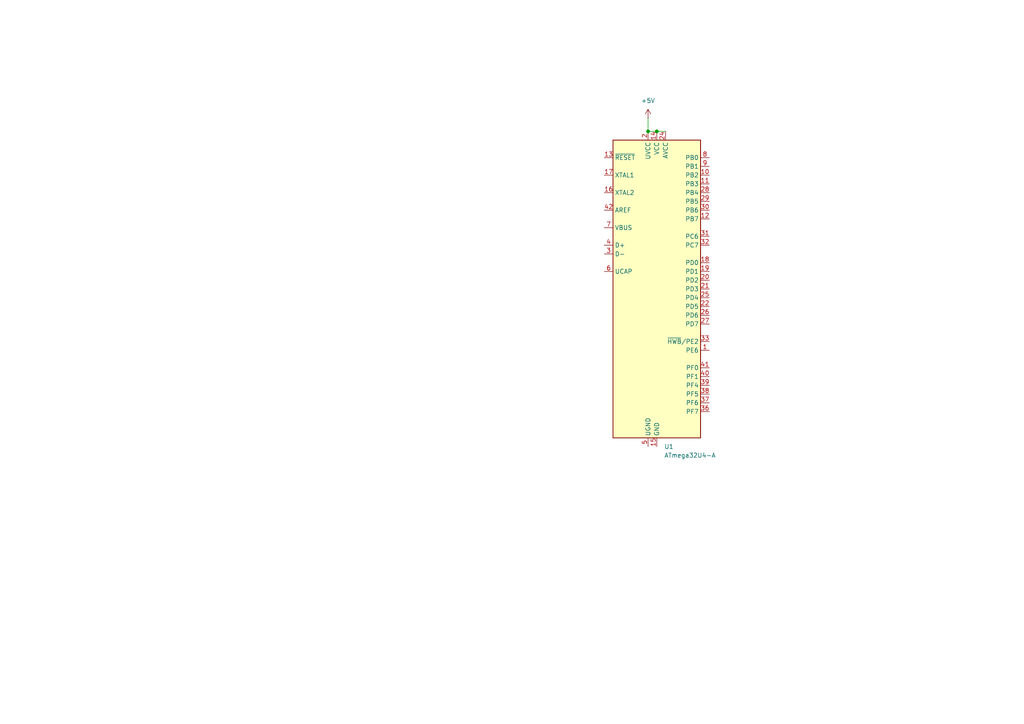
<source format=kicad_sch>
(kicad_sch (version 20250114) (generator "eeschema") (generator_version "9.0")
  (paper "A4")
  (lib_symbols
    (symbol "MCU_Microchip_ATmega:ATmega32U4-A"
      (property "Reference" "U" (at -12.7 44.45 0))
      (property "Value" "ATmega32U4-A" (at 2.54 -44.45 0))
      (symbol "ATmega32U4-A_0_1"
        (rectangle (start -12.7 -43.18) (end 12.7 43.18) (stroke (width 0.254)) (fill (type background)))
      )
      (symbol "ATmega32U4-A_1_1"
        (pin input line (at -15.24 38.1 0) (length 2.54) (name "~{RESET}") (number "13"))
        (pin input line (at -15.24 33.02 0) (length 2.54) (name "XTAL1") (number "17"))
        (pin output line (at -15.24 27.94 0) (length 2.54) (name "XTAL2") (number "16"))
        (pin passive line (at -15.24 22.86 0) (length 2.54) (name "AREF") (number "42"))
        (pin input line (at -15.24 17.78 0) (length 2.54) (name "VBUS") (number "7"))
        (pin bidirectional line (at -15.24 12.7 0) (length 2.54) (name "D+") (number "4"))
        (pin bidirectional line (at -15.24 10.16 0) (length 2.54) (name "D-") (number "3"))
        (pin passive line (at -15.24 5.08 0) (length 2.54) (name "UCAP") (number "6"))
        (pin power_in line (at -2.54 45.72 270) (length 2.54) (name "UVCC") (number "2"))
        (pin passive line (at -2.54 -45.72 90) (length 2.54) (name "UGND") (number "5"))
        (pin power_in line (at 0 45.72 270) (length 2.54) (name "VCC") (number "14"))
        (pin passive line (at 0 45.72 270) (length 2.54) (hide yes) (name "VCC") (number "34"))
        (pin power_in line (at 0 -45.72 90) (length 2.54) (name "GND") (number "15"))
        (pin passive line (at 0 -45.72 90) (length 2.54) (hide yes) (name "GND") (number "23"))
        (pin passive line (at 0 -45.72 90) (length 2.54) (hide yes) (name "GND") (number "35"))
        (pin passive line (at 0 -45.72 90) (length 2.54) (hide yes) (name "GND") (number "43"))
        (pin power_in line (at 2.54 45.72 270) (length 2.54) (name "AVCC") (number "24"))
        (pin passive line (at 2.54 45.72 270) (length 2.54) (hide yes) (name "AVCC") (number "44"))
        (pin bidirectional line (at 15.24 38.1 180) (length 2.54) (name "PB0") (number "8"))
        (pin bidirectional line (at 15.24 35.56 180) (length 2.54) (name "PB1") (number "9"))
        (pin bidirectional line (at 15.24 33.02 180) (length 2.54) (name "PB2") (number "10"))
        (pin bidirectional line (at 15.24 30.48 180) (length 2.54) (name "PB3") (number "11"))
        (pin bidirectional line (at 15.24 27.94 180) (length 2.54) (name "PB4") (number "28"))
        (pin bidirectional line (at 15.24 25.4 180) (length 2.54) (name "PB5") (number "29"))
        (pin bidirectional line (at 15.24 22.86 180) (length 2.54) (name "PB6") (number "30"))
        (pin bidirectional line (at 15.24 20.32 180) (length 2.54) (name "PB7") (number "12"))
        (pin bidirectional line (at 15.24 15.24 180) (length 2.54) (name "PC6") (number "31"))
        (pin bidirectional line (at 15.24 12.7 180) (length 2.54) (name "PC7") (number "32"))
        (pin bidirectional line (at 15.24 7.62 180) (length 2.54) (name "PD0") (number "18"))
        (pin bidirectional line (at 15.24 5.08 180) (length 2.54) (name "PD1") (number "19"))
        (pin bidirectional line (at 15.24 2.54 180) (length 2.54) (name "PD2") (number "20"))
        (pin bidirectional line (at 15.24 0 180) (length 2.54) (name "PD3") (number "21"))
        (pin bidirectional line (at 15.24 -2.54 180) (length 2.54) (name "PD4") (number "25"))
        (pin bidirectional line (at 15.24 -5.08 180) (length 2.54) (name "PD5") (number "22"))
        (pin bidirectional line (at 15.24 -7.62 180) (length 2.54) (name "PD6") (number "26"))
        (pin bidirectional line (at 15.24 -10.16 180) (length 2.54) (name "PD7") (number "27"))
        (pin bidirectional line (at 15.24 -15.24 180) (length 2.54) (name "~{HWB}/PE2") (number "33"))
        (pin bidirectional line (at 15.24 -17.78 180) (length 2.54) (name "PE6") (number "1"))
        (pin bidirectional line (at 15.24 -22.86 180) (length 2.54) (name "PF0") (number "41"))
        (pin bidirectional line (at 15.24 -25.4 180) (length 2.54) (name "PF1") (number "40"))
        (pin bidirectional line (at 15.24 -27.94 180) (length 2.54) (name "PF4") (number "39"))
        (pin bidirectional line (at 15.24 -30.48 180) (length 2.54) (name "PF5") (number "38"))
        (pin bidirectional line (at 15.24 -33.02 180) (length 2.54) (name "PF6") (number "37"))
        (pin bidirectional line (at 15.24 -35.56 180) (length 2.54) (name "PF7") (number "36"))
      )
    )
    (symbol "power:+5V" (power) (pin_numbers (hide yes)) (pin_names (offset 0) (hide yes))
      (property "Value" "+5V" (at 0 3.556 0))
      (symbol "+5V_0_1"
        (polyline (pts (xy -0.762 1.27) (xy 0 2.54)))
        (polyline (pts (xy 0 2.54) (xy 0.762 1.27)))
        (polyline (pts (xy 0 0) (xy 0 2.54)))
      )
      (symbol "+5V_1_1"
        (pin power_in line (at 0 0 90) (length 0) (name "~") (number "1"))
      )
    )
  )
  (junction (at 190.5 38.1))
  (junction (at 187.96 38.1))
  (wire (pts (xy 187.96 34.29) (xy 187.96 38.1)))
  (wire (pts (xy 187.96 38.1) (xy 190.5 38.1)))
  (wire (pts (xy 190.5 38.1) (xy 193.04 38.1)))
  (symbol (lib_id "MCU_Microchip_ATmega:ATmega32U4-A") (at 190.5 83.82 0) (unit 1)
    (property "Reference" "U1" (at 192.6433 129.54 0) (effects (justify left)))
    (property "Value" "ATmega32U4-A" (at 192.6433 132.08 0) (effects (justify left)))
    (property "Footprint" "Package_QFP:TQFP-44_10x10mm_P0.8mm" (effects (hide yes)))
    (property "Datasheet" "http://ww1.microchip.com/downloads/en/DeviceDoc/Atmel-7766-8-bit-AVR-ATmega16U4-32U4_Datasheet.pdf" (effects (hide yes)))
    (property "Description" "16MHz, 32kB Flash, 2.5kB SRAM, 1kB EEPROM, USB 2.0, TQFP-44" (effects (hide yes)))
  )
  (symbol (lib_id "power:+5V") (at 187.96 34.29 0) (unit 1)
    (property "Reference" "#PWR01" (effects (hide yes)))
    (property "Value" "+5V" (at 187.96 29.21 0))
    (property "Description" "Power symbol creates a global label with name \"+5V\"" (effects (hide yes)))
  )
)
</source>
